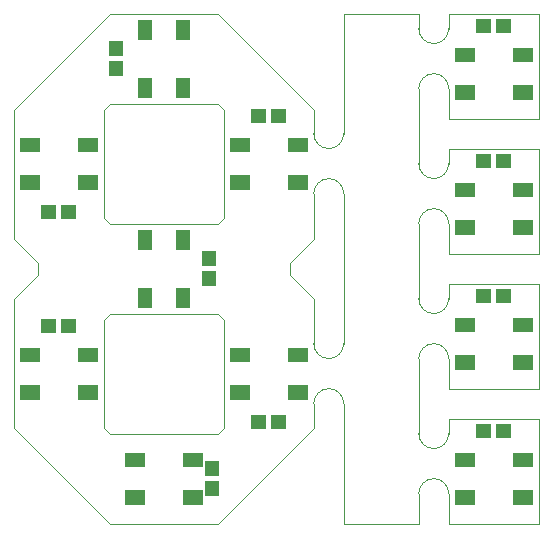
<source format=gts>
G04 #@! TF.FileFunction,Soldermask,Top*
%FSLAX46Y46*%
G04 Gerber Fmt 4.6, Leading zero omitted, Abs format (unit mm)*
G04 Created by KiCad (PCBNEW (2015-08-16 BZR 6095)-product) date Tue Sep  1 07:22:12 2015*
%MOMM*%
G01*
G04 APERTURE LIST*
%ADD10C,0.350000*%
%ADD11C,0.100000*%
G04 APERTURE END LIST*
D10*
D11*
X154686000Y-129032000D02*
G75*
G03X153416000Y-130302000I0J-1270000D01*
G01*
X155956000Y-130302000D02*
G75*
G03X154686000Y-129032000I-1270000J0D01*
G01*
X153416000Y-125222000D02*
G75*
G03X154686000Y-126492000I1270000J0D01*
G01*
X154686000Y-126492000D02*
G75*
G03X155956000Y-125222000I0J1270000D01*
G01*
X154686000Y-117602000D02*
G75*
G03X153416000Y-118872000I0J-1270000D01*
G01*
X155956000Y-118872000D02*
G75*
G03X154686000Y-117602000I-1270000J0D01*
G01*
X153416000Y-113792000D02*
G75*
G03X154686000Y-115062000I1270000J0D01*
G01*
X154686000Y-115062000D02*
G75*
G03X155956000Y-113792000I0J1270000D01*
G01*
X154686000Y-106172000D02*
G75*
G03X153416000Y-107442000I0J-1270000D01*
G01*
X155956000Y-107442000D02*
G75*
G03X154686000Y-106172000I-1270000J0D01*
G01*
X153416000Y-102362000D02*
G75*
G03X154686000Y-103632000I1270000J0D01*
G01*
X154686000Y-103632000D02*
G75*
G03X155956000Y-102362000I0J1270000D01*
G01*
X154686000Y-94742000D02*
G75*
G03X153416000Y-96012000I0J-1270000D01*
G01*
X155956000Y-96012000D02*
G75*
G03X154686000Y-94742000I-1270000J0D01*
G01*
X153416000Y-90932000D02*
G75*
G03X154686000Y-92202000I1270000J0D01*
G01*
X154686000Y-92202000D02*
G75*
G03X155956000Y-90932000I0J1270000D01*
G01*
X153416000Y-89662000D02*
X147066000Y-89662000D01*
X153416000Y-90932000D02*
X153416000Y-89662000D01*
X153416000Y-102362000D02*
X153416000Y-96012000D01*
X153416000Y-113792000D02*
X153416000Y-107442000D01*
X153416000Y-132842000D02*
X147066000Y-132842000D01*
X153416000Y-130302000D02*
X153416000Y-132842000D01*
X153416000Y-125222000D02*
X153416000Y-118872000D01*
X155956000Y-130302000D02*
X155956000Y-132842000D01*
X155956000Y-123952000D02*
X155956000Y-125222000D01*
X155956000Y-118872000D02*
X155956000Y-121412000D01*
X155956000Y-112522000D02*
X155956000Y-113792000D01*
X155956000Y-107442000D02*
X155956000Y-109982000D01*
X155956000Y-101092000D02*
X155956000Y-102362000D01*
X155956000Y-96012000D02*
X155956000Y-98552000D01*
X155956000Y-89662000D02*
X155956000Y-90932000D01*
X147066000Y-122682000D02*
X147066000Y-132842000D01*
X144526000Y-122682000D02*
X144526000Y-124714000D01*
X144526000Y-97790000D02*
X144526000Y-99822000D01*
X144526000Y-99822000D02*
G75*
G03X145796000Y-101092000I1270000J0D01*
G01*
X145796000Y-101092000D02*
G75*
G03X147066000Y-99822000I0J1270000D01*
G01*
X145796000Y-103632000D02*
G75*
G03X144526000Y-104902000I0J-1270000D01*
G01*
X147066000Y-104902000D02*
G75*
G03X145796000Y-103632000I-1270000J0D01*
G01*
X145796000Y-121412000D02*
G75*
G03X144526000Y-122682000I0J-1270000D01*
G01*
X147066000Y-122682000D02*
G75*
G03X145796000Y-121412000I-1270000J0D01*
G01*
X144526000Y-117602000D02*
G75*
G03X145796000Y-118872000I1270000J0D01*
G01*
X145796000Y-118872000D02*
G75*
G03X147066000Y-117602000I0J1270000D01*
G01*
X147066000Y-89662000D02*
X147066000Y-99822000D01*
X144526000Y-104902000D02*
X144526000Y-108712000D01*
X144526000Y-113792000D02*
X144526000Y-117602000D01*
X147066000Y-117602000D02*
X147066000Y-104902000D01*
X155956000Y-112522000D02*
X163576000Y-112522000D01*
X163576000Y-121412000D02*
X155956000Y-121412000D01*
X163576000Y-121412000D02*
X163576000Y-112522000D01*
X163576000Y-132842000D02*
X163576000Y-123952000D01*
X163576000Y-132842000D02*
X155956000Y-132842000D01*
X155956000Y-123952000D02*
X163576000Y-123952000D01*
X155956000Y-101092000D02*
X163576000Y-101092000D01*
X163576000Y-109982000D02*
X155956000Y-109982000D01*
X163576000Y-109982000D02*
X163576000Y-101092000D01*
X127254000Y-89662000D02*
X136398000Y-89662000D01*
X136398000Y-132842000D02*
X127254000Y-132842000D01*
X119126000Y-97790000D02*
X119126000Y-108712000D01*
X126746000Y-106934000D02*
X126746000Y-97790000D01*
X136398000Y-107442000D02*
X127254000Y-107442000D01*
X136906000Y-97790000D02*
X136906000Y-106934000D01*
X127254000Y-97282000D02*
X136398000Y-97282000D01*
X126746000Y-124714000D02*
X126746000Y-115570000D01*
X127254000Y-125222000D02*
X126746000Y-124714000D01*
X136398000Y-125222000D02*
X127254000Y-125222000D01*
X136906000Y-124714000D02*
X136398000Y-125222000D01*
X136906000Y-115570000D02*
X136906000Y-124714000D01*
X127254000Y-115062000D02*
X136398000Y-115062000D01*
X126746000Y-115570000D02*
X127254000Y-115062000D01*
X119126000Y-124714000D02*
X119126000Y-113792000D01*
X136398000Y-115062000D02*
X136906000Y-115570000D01*
X136906000Y-106934000D02*
X136398000Y-107442000D01*
X136398000Y-97282000D02*
X136906000Y-97790000D01*
X126746000Y-97790000D02*
X127254000Y-97282000D01*
X127254000Y-107442000D02*
X126746000Y-106934000D01*
X144526000Y-124714000D02*
X136398000Y-132842000D01*
X142494000Y-111760000D02*
X144526000Y-113792000D01*
X142494000Y-110744000D02*
X142494000Y-111760000D01*
X144526000Y-108712000D02*
X142494000Y-110744000D01*
X136398000Y-89662000D02*
X144526000Y-97790000D01*
X119126000Y-97790000D02*
X127254000Y-89662000D01*
X121158000Y-110744000D02*
X119126000Y-108712000D01*
X121158000Y-111760000D02*
X121158000Y-110744000D01*
X119126000Y-113792000D02*
X121158000Y-111760000D01*
X127254000Y-132842000D02*
X119126000Y-124714000D01*
X163576000Y-98552000D02*
X163576000Y-89662000D01*
X163576000Y-98552000D02*
X155956000Y-98552000D01*
X155956000Y-89662000D02*
X163576000Y-89662000D01*
D10*
G36*
X163067600Y-131233600D02*
X161364400Y-131233600D01*
X161364400Y-130030400D01*
X163067600Y-130030400D01*
X163067600Y-131233600D01*
X163067600Y-131233600D01*
G37*
G36*
X158167600Y-131233600D02*
X156464400Y-131233600D01*
X156464400Y-130030400D01*
X158167600Y-130030400D01*
X158167600Y-131233600D01*
X158167600Y-131233600D01*
G37*
G36*
X130227600Y-131233600D02*
X128524400Y-131233600D01*
X128524400Y-130030400D01*
X130227600Y-130030400D01*
X130227600Y-131233600D01*
X130227600Y-131233600D01*
G37*
G36*
X135127600Y-131233600D02*
X133424400Y-131233600D01*
X133424400Y-130030400D01*
X135127600Y-130030400D01*
X135127600Y-131233600D01*
X135127600Y-131233600D01*
G37*
G36*
X136491600Y-130533600D02*
X135288400Y-130533600D01*
X135288400Y-129230400D01*
X136491600Y-129230400D01*
X136491600Y-130533600D01*
X136491600Y-130533600D01*
G37*
G36*
X136491600Y-128833600D02*
X135288400Y-128833600D01*
X135288400Y-127530400D01*
X136491600Y-127530400D01*
X136491600Y-128833600D01*
X136491600Y-128833600D01*
G37*
G36*
X163067600Y-128033600D02*
X161364400Y-128033600D01*
X161364400Y-126830400D01*
X163067600Y-126830400D01*
X163067600Y-128033600D01*
X163067600Y-128033600D01*
G37*
G36*
X158167600Y-128033600D02*
X156464400Y-128033600D01*
X156464400Y-126830400D01*
X158167600Y-126830400D01*
X158167600Y-128033600D01*
X158167600Y-128033600D01*
G37*
G36*
X135127600Y-128033600D02*
X133424400Y-128033600D01*
X133424400Y-126830400D01*
X135127600Y-126830400D01*
X135127600Y-128033600D01*
X135127600Y-128033600D01*
G37*
G36*
X130227600Y-128033600D02*
X128524400Y-128033600D01*
X128524400Y-126830400D01*
X130227600Y-126830400D01*
X130227600Y-128033600D01*
X130227600Y-128033600D01*
G37*
G36*
X159567600Y-125569600D02*
X158264400Y-125569600D01*
X158264400Y-124366400D01*
X159567600Y-124366400D01*
X159567600Y-125569600D01*
X159567600Y-125569600D01*
G37*
G36*
X161267600Y-125569600D02*
X159964400Y-125569600D01*
X159964400Y-124366400D01*
X161267600Y-124366400D01*
X161267600Y-125569600D01*
X161267600Y-125569600D01*
G37*
G36*
X142217600Y-124807600D02*
X140914400Y-124807600D01*
X140914400Y-123604400D01*
X142217600Y-123604400D01*
X142217600Y-124807600D01*
X142217600Y-124807600D01*
G37*
G36*
X140517600Y-124807600D02*
X139214400Y-124807600D01*
X139214400Y-123604400D01*
X140517600Y-123604400D01*
X140517600Y-124807600D01*
X140517600Y-124807600D01*
G37*
G36*
X144017600Y-122343600D02*
X142314400Y-122343600D01*
X142314400Y-121140400D01*
X144017600Y-121140400D01*
X144017600Y-122343600D01*
X144017600Y-122343600D01*
G37*
G36*
X121337600Y-122343600D02*
X119634400Y-122343600D01*
X119634400Y-121140400D01*
X121337600Y-121140400D01*
X121337600Y-122343600D01*
X121337600Y-122343600D01*
G37*
G36*
X126237600Y-122343600D02*
X124534400Y-122343600D01*
X124534400Y-121140400D01*
X126237600Y-121140400D01*
X126237600Y-122343600D01*
X126237600Y-122343600D01*
G37*
G36*
X139117600Y-122343600D02*
X137414400Y-122343600D01*
X137414400Y-121140400D01*
X139117600Y-121140400D01*
X139117600Y-122343600D01*
X139117600Y-122343600D01*
G37*
G36*
X163067600Y-119803600D02*
X161364400Y-119803600D01*
X161364400Y-118600400D01*
X163067600Y-118600400D01*
X163067600Y-119803600D01*
X163067600Y-119803600D01*
G37*
G36*
X158167600Y-119803600D02*
X156464400Y-119803600D01*
X156464400Y-118600400D01*
X158167600Y-118600400D01*
X158167600Y-119803600D01*
X158167600Y-119803600D01*
G37*
G36*
X139117600Y-119143600D02*
X137414400Y-119143600D01*
X137414400Y-117940400D01*
X139117600Y-117940400D01*
X139117600Y-119143600D01*
X139117600Y-119143600D01*
G37*
G36*
X144017600Y-119143600D02*
X142314400Y-119143600D01*
X142314400Y-117940400D01*
X144017600Y-117940400D01*
X144017600Y-119143600D01*
X144017600Y-119143600D01*
G37*
G36*
X121337600Y-119143600D02*
X119634400Y-119143600D01*
X119634400Y-117940400D01*
X121337600Y-117940400D01*
X121337600Y-119143600D01*
X121337600Y-119143600D01*
G37*
G36*
X126237600Y-119143600D02*
X124534400Y-119143600D01*
X124534400Y-117940400D01*
X126237600Y-117940400D01*
X126237600Y-119143600D01*
X126237600Y-119143600D01*
G37*
G36*
X124437600Y-116679600D02*
X123134400Y-116679600D01*
X123134400Y-115476400D01*
X124437600Y-115476400D01*
X124437600Y-116679600D01*
X124437600Y-116679600D01*
G37*
G36*
X122737600Y-116679600D02*
X121434400Y-116679600D01*
X121434400Y-115476400D01*
X122737600Y-115476400D01*
X122737600Y-116679600D01*
X122737600Y-116679600D01*
G37*
G36*
X163067600Y-116603600D02*
X161364400Y-116603600D01*
X161364400Y-115400400D01*
X163067600Y-115400400D01*
X163067600Y-116603600D01*
X163067600Y-116603600D01*
G37*
G36*
X158167600Y-116603600D02*
X156464400Y-116603600D01*
X156464400Y-115400400D01*
X158167600Y-115400400D01*
X158167600Y-116603600D01*
X158167600Y-116603600D01*
G37*
G36*
X134027600Y-114553600D02*
X132824400Y-114553600D01*
X132824400Y-112850400D01*
X134027600Y-112850400D01*
X134027600Y-114553600D01*
X134027600Y-114553600D01*
G37*
G36*
X130827600Y-114553600D02*
X129624400Y-114553600D01*
X129624400Y-112850400D01*
X130827600Y-112850400D01*
X130827600Y-114553600D01*
X130827600Y-114553600D01*
G37*
G36*
X161267600Y-114139600D02*
X159964400Y-114139600D01*
X159964400Y-112936400D01*
X161267600Y-112936400D01*
X161267600Y-114139600D01*
X161267600Y-114139600D01*
G37*
G36*
X159567600Y-114139600D02*
X158264400Y-114139600D01*
X158264400Y-112936400D01*
X159567600Y-112936400D01*
X159567600Y-114139600D01*
X159567600Y-114139600D01*
G37*
G36*
X136237600Y-112753600D02*
X135034400Y-112753600D01*
X135034400Y-111450400D01*
X136237600Y-111450400D01*
X136237600Y-112753600D01*
X136237600Y-112753600D01*
G37*
G36*
X136237600Y-111053600D02*
X135034400Y-111053600D01*
X135034400Y-109750400D01*
X136237600Y-109750400D01*
X136237600Y-111053600D01*
X136237600Y-111053600D01*
G37*
G36*
X134027600Y-109653600D02*
X132824400Y-109653600D01*
X132824400Y-107950400D01*
X134027600Y-107950400D01*
X134027600Y-109653600D01*
X134027600Y-109653600D01*
G37*
G36*
X130827600Y-109653600D02*
X129624400Y-109653600D01*
X129624400Y-107950400D01*
X130827600Y-107950400D01*
X130827600Y-109653600D01*
X130827600Y-109653600D01*
G37*
G36*
X163067600Y-108373600D02*
X161364400Y-108373600D01*
X161364400Y-107170400D01*
X163067600Y-107170400D01*
X163067600Y-108373600D01*
X163067600Y-108373600D01*
G37*
G36*
X158167600Y-108373600D02*
X156464400Y-108373600D01*
X156464400Y-107170400D01*
X158167600Y-107170400D01*
X158167600Y-108373600D01*
X158167600Y-108373600D01*
G37*
G36*
X124437600Y-107027600D02*
X123134400Y-107027600D01*
X123134400Y-105824400D01*
X124437600Y-105824400D01*
X124437600Y-107027600D01*
X124437600Y-107027600D01*
G37*
G36*
X122737600Y-107027600D02*
X121434400Y-107027600D01*
X121434400Y-105824400D01*
X122737600Y-105824400D01*
X122737600Y-107027600D01*
X122737600Y-107027600D01*
G37*
G36*
X163067600Y-105173600D02*
X161364400Y-105173600D01*
X161364400Y-103970400D01*
X163067600Y-103970400D01*
X163067600Y-105173600D01*
X163067600Y-105173600D01*
G37*
G36*
X158167600Y-105173600D02*
X156464400Y-105173600D01*
X156464400Y-103970400D01*
X158167600Y-103970400D01*
X158167600Y-105173600D01*
X158167600Y-105173600D01*
G37*
G36*
X126237600Y-104563600D02*
X124534400Y-104563600D01*
X124534400Y-103360400D01*
X126237600Y-103360400D01*
X126237600Y-104563600D01*
X126237600Y-104563600D01*
G37*
G36*
X121337600Y-104563600D02*
X119634400Y-104563600D01*
X119634400Y-103360400D01*
X121337600Y-103360400D01*
X121337600Y-104563600D01*
X121337600Y-104563600D01*
G37*
G36*
X144017600Y-104563600D02*
X142314400Y-104563600D01*
X142314400Y-103360400D01*
X144017600Y-103360400D01*
X144017600Y-104563600D01*
X144017600Y-104563600D01*
G37*
G36*
X139117600Y-104563600D02*
X137414400Y-104563600D01*
X137414400Y-103360400D01*
X139117600Y-103360400D01*
X139117600Y-104563600D01*
X139117600Y-104563600D01*
G37*
G36*
X159567600Y-102709600D02*
X158264400Y-102709600D01*
X158264400Y-101506400D01*
X159567600Y-101506400D01*
X159567600Y-102709600D01*
X159567600Y-102709600D01*
G37*
G36*
X161267600Y-102709600D02*
X159964400Y-102709600D01*
X159964400Y-101506400D01*
X161267600Y-101506400D01*
X161267600Y-102709600D01*
X161267600Y-102709600D01*
G37*
G36*
X121337600Y-101363600D02*
X119634400Y-101363600D01*
X119634400Y-100160400D01*
X121337600Y-100160400D01*
X121337600Y-101363600D01*
X121337600Y-101363600D01*
G37*
G36*
X126237600Y-101363600D02*
X124534400Y-101363600D01*
X124534400Y-100160400D01*
X126237600Y-100160400D01*
X126237600Y-101363600D01*
X126237600Y-101363600D01*
G37*
G36*
X139117600Y-101363600D02*
X137414400Y-101363600D01*
X137414400Y-100160400D01*
X139117600Y-100160400D01*
X139117600Y-101363600D01*
X139117600Y-101363600D01*
G37*
G36*
X144017600Y-101363600D02*
X142314400Y-101363600D01*
X142314400Y-100160400D01*
X144017600Y-100160400D01*
X144017600Y-101363600D01*
X144017600Y-101363600D01*
G37*
G36*
X142217600Y-98899600D02*
X140914400Y-98899600D01*
X140914400Y-97696400D01*
X142217600Y-97696400D01*
X142217600Y-98899600D01*
X142217600Y-98899600D01*
G37*
G36*
X140517600Y-98899600D02*
X139214400Y-98899600D01*
X139214400Y-97696400D01*
X140517600Y-97696400D01*
X140517600Y-98899600D01*
X140517600Y-98899600D01*
G37*
G36*
X158167600Y-96943600D02*
X156464400Y-96943600D01*
X156464400Y-95740400D01*
X158167600Y-95740400D01*
X158167600Y-96943600D01*
X158167600Y-96943600D01*
G37*
G36*
X163067600Y-96943600D02*
X161364400Y-96943600D01*
X161364400Y-95740400D01*
X163067600Y-95740400D01*
X163067600Y-96943600D01*
X163067600Y-96943600D01*
G37*
G36*
X130827600Y-96773600D02*
X129624400Y-96773600D01*
X129624400Y-95070400D01*
X130827600Y-95070400D01*
X130827600Y-96773600D01*
X130827600Y-96773600D01*
G37*
G36*
X134027600Y-96773600D02*
X132824400Y-96773600D01*
X132824400Y-95070400D01*
X134027600Y-95070400D01*
X134027600Y-96773600D01*
X134027600Y-96773600D01*
G37*
G36*
X128363600Y-94973600D02*
X127160400Y-94973600D01*
X127160400Y-93670400D01*
X128363600Y-93670400D01*
X128363600Y-94973600D01*
X128363600Y-94973600D01*
G37*
G36*
X158167600Y-93743600D02*
X156464400Y-93743600D01*
X156464400Y-92540400D01*
X158167600Y-92540400D01*
X158167600Y-93743600D01*
X158167600Y-93743600D01*
G37*
G36*
X163067600Y-93743600D02*
X161364400Y-93743600D01*
X161364400Y-92540400D01*
X163067600Y-92540400D01*
X163067600Y-93743600D01*
X163067600Y-93743600D01*
G37*
G36*
X128363600Y-93273600D02*
X127160400Y-93273600D01*
X127160400Y-91970400D01*
X128363600Y-91970400D01*
X128363600Y-93273600D01*
X128363600Y-93273600D01*
G37*
G36*
X134027600Y-91873600D02*
X132824400Y-91873600D01*
X132824400Y-90170400D01*
X134027600Y-90170400D01*
X134027600Y-91873600D01*
X134027600Y-91873600D01*
G37*
G36*
X130827600Y-91873600D02*
X129624400Y-91873600D01*
X129624400Y-90170400D01*
X130827600Y-90170400D01*
X130827600Y-91873600D01*
X130827600Y-91873600D01*
G37*
G36*
X161267600Y-91279600D02*
X159964400Y-91279600D01*
X159964400Y-90076400D01*
X161267600Y-90076400D01*
X161267600Y-91279600D01*
X161267600Y-91279600D01*
G37*
G36*
X159567600Y-91279600D02*
X158264400Y-91279600D01*
X158264400Y-90076400D01*
X159567600Y-90076400D01*
X159567600Y-91279600D01*
X159567600Y-91279600D01*
G37*
M02*

</source>
